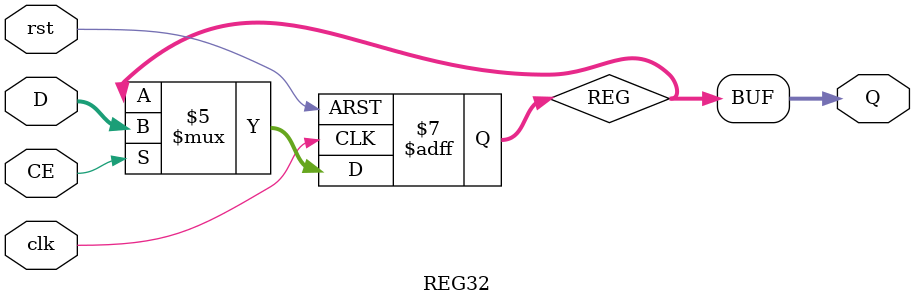
<source format=v>
`timescale 1ns / 1ps
module REG32(input clk,input rst,input CE,input [31:0]D,output [31:0]Q
    );
reg [31:0]REG;
initial REG<=32'h00000000;
assign Q = REG;
always @(posedge clk or posedge rst) 
	 begin if(rst==1) REG<=0;
	       else if(CE==1) REG<=D;
	 end


endmodule

</source>
